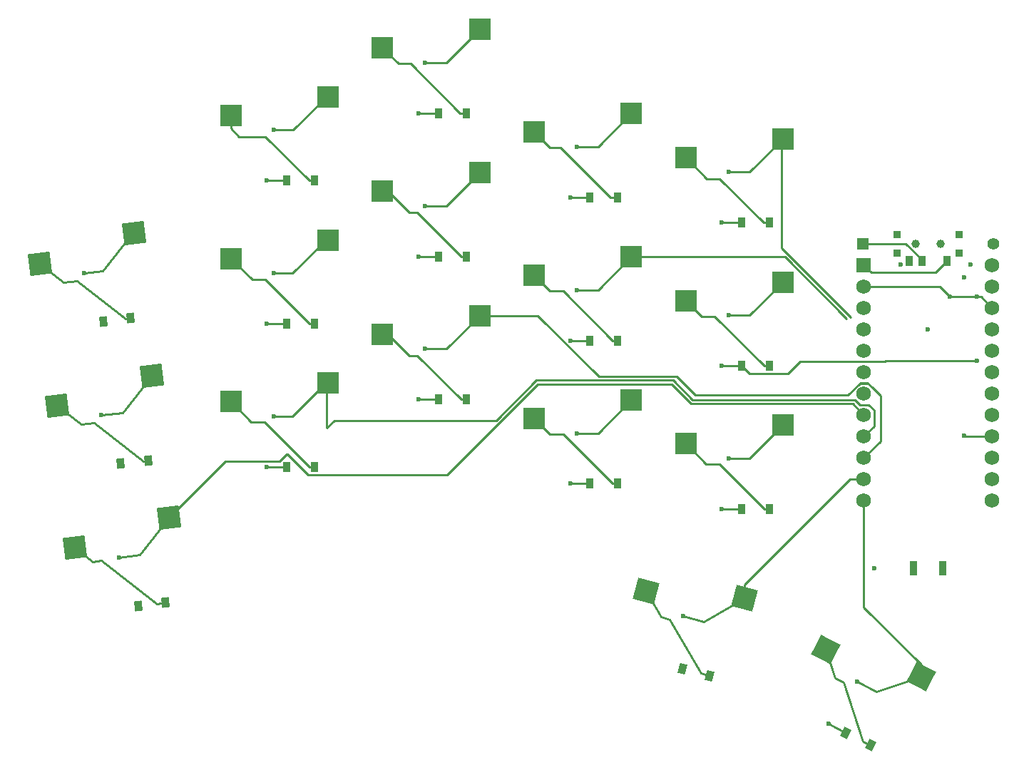
<source format=gbr>
%TF.GenerationSoftware,KiCad,Pcbnew,7.0.11*%
%TF.CreationDate,2024-03-03T11:22:05+13:00*%
%TF.ProjectId,socius-choc-v1,736f6369-7573-42d6-9368-6f632d76312e,v1.0.0*%
%TF.SameCoordinates,Original*%
%TF.FileFunction,Copper,L1,Top*%
%TF.FilePolarity,Positive*%
%FSLAX46Y46*%
G04 Gerber Fmt 4.6, Leading zero omitted, Abs format (unit mm)*
G04 Created by KiCad (PCBNEW 7.0.11) date 2024-03-03 11:22:05*
%MOMM*%
%LPD*%
G01*
G04 APERTURE LIST*
G04 Aperture macros list*
%AMRotRect*
0 Rectangle, with rotation*
0 The origin of the aperture is its center*
0 $1 length*
0 $2 width*
0 $3 Rotation angle, in degrees counterclockwise*
0 Add horizontal line*
21,1,$1,$2,0,0,$3*%
G04 Aperture macros list end*
%TA.AperFunction,SMDPad,CuDef*%
%ADD10R,2.600000X2.600000*%
%TD*%
%TA.AperFunction,SMDPad,CuDef*%
%ADD11RotRect,2.600000X2.600000X7.000000*%
%TD*%
%TA.AperFunction,SMDPad,CuDef*%
%ADD12RotRect,2.600000X2.600000X345.000000*%
%TD*%
%TA.AperFunction,SMDPad,CuDef*%
%ADD13RotRect,2.600000X2.600000X333.000000*%
%TD*%
%TA.AperFunction,SMDPad,CuDef*%
%ADD14RotRect,0.900000X1.200000X7.000000*%
%TD*%
%TA.AperFunction,SMDPad,CuDef*%
%ADD15R,0.900000X1.200000*%
%TD*%
%TA.AperFunction,SMDPad,CuDef*%
%ADD16RotRect,0.900000X1.200000X345.000000*%
%TD*%
%TA.AperFunction,SMDPad,CuDef*%
%ADD17RotRect,0.900000X1.200000X333.000000*%
%TD*%
%TA.AperFunction,ComponentPad*%
%ADD18C,0.600000*%
%TD*%
%TA.AperFunction,ComponentPad*%
%ADD19C,1.752600*%
%TD*%
%TA.AperFunction,ComponentPad*%
%ADD20R,1.752600X1.752600*%
%TD*%
%TA.AperFunction,ComponentPad*%
%ADD21R,1.400000X1.400000*%
%TD*%
%TA.AperFunction,ComponentPad*%
%ADD22C,1.400000*%
%TD*%
%TA.AperFunction,WasherPad*%
%ADD23C,1.000000*%
%TD*%
%TA.AperFunction,SMDPad,CuDef*%
%ADD24R,0.900000X0.900000*%
%TD*%
%TA.AperFunction,SMDPad,CuDef*%
%ADD25R,0.900000X1.250000*%
%TD*%
%TA.AperFunction,SMDPad,CuDef*%
%ADD26R,0.900000X1.700000*%
%TD*%
%TA.AperFunction,Conductor*%
%ADD27C,0.250000*%
%TD*%
G04 APERTURE END LIST*
D10*
%TO.P,S14,1*%
%TO.N,COL4*%
X237436190Y-131559898D03*
%TO.P,S14,2*%
%TO.N,inner_home*%
X225886190Y-133759898D03*
%TD*%
D11*
%TO.P,S1,1*%
%TO.N,COL0*%
X164541908Y-159538158D03*
%TO.P,S1,2*%
%TO.N,pinky_bottom*%
X153346113Y-163129351D03*
%TD*%
%TO.P,S2,1*%
%TO.N,COL0*%
X162470133Y-142664872D03*
%TO.P,S2,2*%
%TO.N,pinky_home*%
X151274338Y-146256065D03*
%TD*%
%TO.P,S3,1*%
%TO.N,COL0*%
X160398355Y-125791590D03*
%TO.P,S3,2*%
%TO.N,pinky_top*%
X149202560Y-129382783D03*
%TD*%
D10*
%TO.P,S4,1*%
%TO.N,COL1*%
X183436196Y-143559899D03*
%TO.P,S4,2*%
%TO.N,ring_bottom*%
X171886196Y-145759899D03*
%TD*%
%TO.P,S5,1*%
%TO.N,COL1*%
X183436198Y-126559899D03*
%TO.P,S5,2*%
%TO.N,ring_home*%
X171886198Y-128759899D03*
%TD*%
%TO.P,S6,1*%
%TO.N,COL1*%
X183436202Y-109559899D03*
%TO.P,S6,2*%
%TO.N,ring_top*%
X171886202Y-111759899D03*
%TD*%
%TO.P,S7,1*%
%TO.N,COL2*%
X201436198Y-135559898D03*
%TO.P,S7,2*%
%TO.N,middle_bottom*%
X189886198Y-137759898D03*
%TD*%
%TO.P,S8,1*%
%TO.N,COL2*%
X201436195Y-118559895D03*
%TO.P,S8,2*%
%TO.N,middle_home*%
X189886195Y-120759895D03*
%TD*%
%TO.P,S9,1*%
%TO.N,COL2*%
X201436196Y-101559897D03*
%TO.P,S9,2*%
%TO.N,middle_top*%
X189886196Y-103759897D03*
%TD*%
%TO.P,S10,1*%
%TO.N,COL3*%
X219436199Y-145559903D03*
%TO.P,S10,2*%
%TO.N,index_bottom*%
X207886199Y-147759903D03*
%TD*%
%TO.P,S11,1*%
%TO.N,COL3*%
X219436199Y-128559900D03*
%TO.P,S11,2*%
%TO.N,index_home*%
X207886199Y-130759900D03*
%TD*%
%TO.P,S12,1*%
%TO.N,COL3*%
X219436192Y-111559901D03*
%TO.P,S12,2*%
%TO.N,index_top*%
X207886192Y-113759901D03*
%TD*%
%TO.P,S13,1*%
%TO.N,COL4*%
X237436196Y-148559900D03*
%TO.P,S13,2*%
%TO.N,inner_bottom*%
X225886196Y-150759900D03*
%TD*%
%TO.P,S15,1*%
%TO.N,COL4*%
X237436201Y-114559898D03*
%TO.P,S15,2*%
%TO.N,inner_top*%
X225886201Y-116759898D03*
%TD*%
D12*
%TO.P,S16,1*%
%TO.N,COL3*%
X232864576Y-169110275D03*
%TO.P,S16,2*%
%TO.N,inner_sole*%
X221138731Y-168245952D03*
%TD*%
D13*
%TO.P,S17,1*%
%TO.N,COL4*%
X253823195Y-178451952D03*
%TO.P,S17,2*%
%TO.N,outer_sole*%
X242533290Y-175168576D03*
%TD*%
D14*
%TO.P,D1,1*%
%TO.N,ROW2*%
X160866221Y-170014203D03*
%TO.P,D1,2*%
%TO.N,pinky_bottom*%
X164141623Y-169612035D03*
%TD*%
%TO.P,D2,1*%
%TO.N,ROW1*%
X158794439Y-153140920D03*
%TO.P,D2,2*%
%TO.N,pinky_home*%
X162069841Y-152738752D03*
%TD*%
%TO.P,D3,1*%
%TO.N,ROW0*%
X156722667Y-136267634D03*
%TO.P,D3,2*%
%TO.N,pinky_top*%
X159998069Y-135865466D03*
%TD*%
D15*
%TO.P,D4,1*%
%TO.N,ROW2*%
X178511196Y-153509899D03*
%TO.P,D4,2*%
%TO.N,ring_bottom*%
X181811196Y-153509899D03*
%TD*%
%TO.P,D5,1*%
%TO.N,ROW1*%
X178511195Y-136509900D03*
%TO.P,D5,2*%
%TO.N,ring_home*%
X181811195Y-136509900D03*
%TD*%
%TO.P,D6,1*%
%TO.N,ROW0*%
X178511194Y-119509898D03*
%TO.P,D6,2*%
%TO.N,ring_top*%
X181811194Y-119509898D03*
%TD*%
%TO.P,D7,1*%
%TO.N,ROW2*%
X196511197Y-145509899D03*
%TO.P,D7,2*%
%TO.N,middle_bottom*%
X199811197Y-145509899D03*
%TD*%
%TO.P,D8,1*%
%TO.N,ROW1*%
X196511199Y-128509898D03*
%TO.P,D8,2*%
%TO.N,middle_home*%
X199811199Y-128509898D03*
%TD*%
%TO.P,D9,1*%
%TO.N,ROW0*%
X196511198Y-111509900D03*
%TO.P,D9,2*%
%TO.N,middle_top*%
X199811198Y-111509900D03*
%TD*%
%TO.P,D10,1*%
%TO.N,ROW2*%
X214511192Y-155509899D03*
%TO.P,D10,2*%
%TO.N,index_bottom*%
X217811192Y-155509899D03*
%TD*%
%TO.P,D11,1*%
%TO.N,ROW1*%
X214511196Y-138509903D03*
%TO.P,D11,2*%
%TO.N,index_home*%
X217811196Y-138509903D03*
%TD*%
%TO.P,D12,1*%
%TO.N,ROW0*%
X214511197Y-121509905D03*
%TO.P,D12,2*%
%TO.N,index_top*%
X217811197Y-121509905D03*
%TD*%
%TO.P,D13,1*%
%TO.N,ROW2*%
X232511195Y-158509898D03*
%TO.P,D13,2*%
%TO.N,inner_bottom*%
X235811195Y-158509898D03*
%TD*%
%TO.P,D14,1*%
%TO.N,ROW1*%
X232511199Y-141509905D03*
%TO.P,D14,2*%
%TO.N,inner_home*%
X235811199Y-141509905D03*
%TD*%
%TO.P,D15,1*%
%TO.N,ROW0*%
X232511195Y-124509901D03*
%TO.P,D15,2*%
%TO.N,inner_top*%
X235811195Y-124509901D03*
%TD*%
D16*
%TO.P,D16,1*%
%TO.N,ROW3*%
X225532141Y-177446549D03*
%TO.P,D16,2*%
%TO.N,inner_sole*%
X228719697Y-178300651D03*
%TD*%
D17*
%TO.P,D17,1*%
%TO.N,ROW3*%
X244917782Y-185081563D03*
%TO.P,D17,2*%
%TO.N,outer_sole*%
X247858104Y-186579731D03*
%TD*%
D18*
%TO.P,REF\u002A\u002A,1*%
%TO.N,ROW2*%
X176161194Y-153509900D03*
%TD*%
%TO.P,REF\u002A\u002A,1*%
%TO.N,ROW1*%
X176161195Y-136509903D03*
%TD*%
%TO.P,REF\u002A\u002A,1*%
%TO.N,ROW0*%
X176161195Y-119509897D03*
%TD*%
%TO.P,REF\u002A\u002A,1*%
%TO.N,ROW2*%
X194161197Y-145509901D03*
%TD*%
%TO.P,REF\u002A\u002A,1*%
%TO.N,ROW1*%
X194161196Y-128509902D03*
%TD*%
%TO.P,REF\u002A\u002A,1*%
%TO.N,ROW0*%
X194161199Y-111509900D03*
%TD*%
%TO.P,REF\u002A\u002A,1*%
%TO.N,ROW2*%
X212161194Y-155509901D03*
%TD*%
%TO.P,REF\u002A\u002A,1*%
%TO.N,ROW1*%
X212161192Y-138509898D03*
%TD*%
%TO.P,REF\u002A\u002A,1*%
%TO.N,ROW0*%
X212161194Y-121509895D03*
%TD*%
%TO.P,REF\u002A\u002A,1*%
%TO.N,ROW2*%
X230161201Y-158509896D03*
%TD*%
%TO.P,REF\u002A\u002A,1*%
%TO.N,ROW1*%
X230161198Y-141509896D03*
%TD*%
%TO.P,REF\u002A\u002A,1*%
%TO.N,ROW0*%
X230161197Y-124509901D03*
%TD*%
%TO.P,REF\u002A\u002A,1*%
%TO.N,ROW3*%
X242823918Y-184014683D03*
%TD*%
%TO.P,REF\u002A\u002A,1*%
%TO.N,COL0*%
X158596552Y-164247818D03*
%TD*%
%TO.P,REF\u002A\u002A,1*%
%TO.N,COL0*%
X156524777Y-147374536D03*
%TD*%
%TO.P,REF\u002A\u002A,1*%
%TO.N,COL0*%
X154453000Y-130501253D03*
%TD*%
%TO.P,REF\u002A\u002A,1*%
%TO.N,COL1*%
X176961198Y-147509900D03*
%TD*%
%TO.P,REF\u002A\u002A,1*%
%TO.N,COL1*%
X176961199Y-130509902D03*
%TD*%
%TO.P,REF\u002A\u002A,1*%
%TO.N,COL1*%
X176961196Y-113509900D03*
%TD*%
%TO.P,REF\u002A\u002A,1*%
%TO.N,COL2*%
X194961200Y-139509899D03*
%TD*%
%TO.P,REF\u002A\u002A,1*%
%TO.N,COL2*%
X194961197Y-122509894D03*
%TD*%
%TO.P,REF\u002A\u002A,1*%
%TO.N,COL2*%
X194961192Y-105509895D03*
%TD*%
%TO.P,REF\u002A\u002A,1*%
%TO.N,COL3*%
X212961197Y-149509902D03*
%TD*%
%TO.P,REF\u002A\u002A,1*%
%TO.N,COL3*%
X212961199Y-132509903D03*
%TD*%
%TO.P,REF\u002A\u002A,1*%
%TO.N,COL3*%
X212961196Y-115509902D03*
%TD*%
%TO.P,REF\u002A\u002A,1*%
%TO.N,COL4*%
X230961195Y-152509903D03*
%TD*%
%TO.P,REF\u002A\u002A,1*%
%TO.N,COL4*%
X230961194Y-135509902D03*
%TD*%
%TO.P,REF\u002A\u002A,1*%
%TO.N,COL4*%
X230961195Y-118509900D03*
%TD*%
%TO.P,REF\u002A\u002A,1*%
%TO.N,COL3*%
X225587874Y-171249825D03*
%TD*%
%TO.P,REF\u002A\u002A,1*%
%TO.N,COL4*%
X246260662Y-179031834D03*
%TD*%
D19*
%TO.P,MCU1,1*%
%TO.N,RAW*%
X247041196Y-129539899D03*
%TO.P,MCU1,2*%
%TO.N,GND*%
X247041196Y-132079899D03*
%TO.P,MCU1,3*%
%TO.N,RST*%
X247041196Y-134619899D03*
%TO.P,MCU1,4*%
%TO.N,VCC*%
X247041196Y-137159899D03*
%TO.P,MCU1,5*%
%TO.N,P21*%
X247041196Y-139699899D03*
%TO.P,MCU1,6*%
%TO.N,P20*%
X247041196Y-142239899D03*
%TO.P,MCU1,7*%
%TO.N,P19*%
X247041196Y-144779899D03*
%TO.P,MCU1,8*%
%TO.N,COL0*%
X247041196Y-147319899D03*
%TO.P,MCU1,9*%
%TO.N,COL1*%
X247041196Y-149859899D03*
%TO.P,MCU1,10*%
%TO.N,COL2*%
X247041196Y-152399899D03*
%TO.P,MCU1,11*%
%TO.N,COL3*%
X247041196Y-154939899D03*
%TO.P,MCU1,12*%
%TO.N,COL4*%
X247041196Y-157479899D03*
%TO.P,MCU1,13*%
%TO.N,CS*%
X262281196Y-129539899D03*
%TO.P,MCU1,14*%
%TO.N,P0*%
X262281196Y-132079899D03*
%TO.P,MCU1,15*%
%TO.N,GND*%
X262281196Y-134619899D03*
%TO.P,MCU1,16*%
X262281196Y-137159899D03*
%TO.P,MCU1,17*%
%TO.N,MOSI*%
X262281196Y-139699899D03*
%TO.P,MCU1,18*%
%TO.N,SCK*%
X262281196Y-142239899D03*
%TO.P,MCU1,19*%
%TO.N,P4*%
X262281196Y-144779899D03*
%TO.P,MCU1,20*%
%TO.N,P5*%
X262281196Y-147319899D03*
%TO.P,MCU1,21*%
%TO.N,ROW0*%
X262281196Y-149859899D03*
%TO.P,MCU1,22*%
%TO.N,ROW1*%
X262281196Y-152399899D03*
%TO.P,MCU1,23*%
%TO.N,ROW2*%
X262281196Y-154939899D03*
%TO.P,MCU1,24*%
%TO.N,ROW3*%
X262281196Y-157479899D03*
D20*
%TO.P,MCU1,*%
%TO.N,RAW*%
X247041196Y-129539899D03*
%TD*%
D21*
%TO.P,,1*%
%TO.N,POSITIVE*%
X246911195Y-127009901D03*
D22*
%TO.P,,2*%
%TO.N,GND*%
X262411195Y-127009901D03*
%TD*%
D23*
%TO.P,T1,*%
%TO.N,*%
X256161195Y-127009901D03*
X253161195Y-127009901D03*
D24*
X258361195Y-125909901D03*
X258361195Y-128109901D03*
X250961195Y-128109901D03*
X250961195Y-125909901D03*
D25*
%TO.P,T1,1*%
%TO.N,RAW*%
X256911195Y-129084901D03*
%TO.P,T1,2*%
%TO.N,POSITIVE*%
X253911195Y-129084901D03*
%TO.P,T1,3*%
%TO.N,N/C*%
X252411195Y-129084901D03*
%TD*%
D26*
%TO.P,,1*%
%TO.N,GND*%
X252961199Y-165509899D03*
%TO.P,,2*%
%TO.N,RST*%
X256361199Y-165509899D03*
%TD*%
D18*
%TO.P,REF\u002A\u002A,1*%
%TO.N,GND*%
X260461201Y-133309900D03*
%TD*%
%TO.P,REF\u002A\u002A,1*%
%TO.N,GND*%
X257261195Y-133309900D03*
%TD*%
%TO.P,REF\u002A\u002A,1*%
%TO.N,ROW0*%
X258961194Y-130989899D03*
%TD*%
%TO.P,REF\u002A\u002A,1*%
%TO.N,ROW0*%
X258961199Y-149809902D03*
%TD*%
%TO.P,REF\u002A\u002A,1*%
%TO.N,CS*%
X259661199Y-129509903D03*
%TD*%
%TO.P,REF\u002A\u002A,1*%
%TO.N,RAW*%
X251361197Y-129509901D03*
%TD*%
%TO.P,REF\u002A\u002A,1*%
%TO.N,VCC*%
X254661197Y-137209898D03*
%TD*%
%TO.P,REF\u002A\u002A,1*%
%TO.N,ROW1*%
X260461200Y-140909898D03*
%TD*%
%TO.P,REF\u002A\u002A,1*%
%TO.N,RST*%
X248261196Y-165509897D03*
%TD*%
D27*
%TO.N,COL2*%
X247460192Y-143500000D02*
X247980096Y-144019904D01*
X247980096Y-144019904D02*
X249000000Y-145039808D01*
X224784903Y-142784903D02*
X227000000Y-145000000D01*
X227000000Y-145000000D02*
X245122200Y-145000000D01*
X201436198Y-135559898D02*
X208327308Y-135559898D01*
X215552313Y-142784903D02*
X224784903Y-142784903D01*
X247538791Y-143578599D02*
X247980096Y-144019904D01*
X208327308Y-135559898D02*
X215552313Y-142784903D01*
X245122200Y-145000000D02*
X246543601Y-143578599D01*
X246543601Y-143578599D02*
X247538791Y-143578599D01*
%TO.N,COL1*%
X246462501Y-146037499D02*
X246543601Y-146118599D01*
X183436196Y-143559899D02*
X183286196Y-143709899D01*
X245975002Y-145550000D02*
X246462501Y-146037499D01*
X183286196Y-143709899D02*
X183286196Y-148868583D01*
X183286196Y-148868583D02*
X184154779Y-148000000D01*
X184154779Y-148000000D02*
X203363604Y-148000000D01*
X203363604Y-148000000D02*
X208128701Y-143234903D01*
X208128701Y-143234903D02*
X224371299Y-143234903D01*
X224371299Y-143234903D02*
X226686396Y-145550000D01*
X226686396Y-145550000D02*
X245975002Y-145550000D01*
%TO.N,COL0*%
X224184903Y-143684903D02*
X226500000Y-146000000D01*
X208315097Y-143684903D02*
X224184903Y-143684903D01*
X226500000Y-146000000D02*
X245721297Y-146000000D01*
X245721297Y-146000000D02*
X247041196Y-147319899D01*
%TO.N,COL1*%
X246543601Y-146118599D02*
X247618599Y-146118599D01*
X248242496Y-148658599D02*
X247041196Y-149859899D01*
X247618599Y-146118599D02*
X248242496Y-146742496D01*
X248242496Y-146742496D02*
X248242496Y-148658599D01*
%TO.N,COL2*%
X249000000Y-150441095D02*
X247041196Y-152399899D01*
X246602402Y-143500000D02*
X247460192Y-143500000D01*
X249000000Y-145039808D02*
X249000000Y-150441095D01*
%TO.N,COL4*%
X253823195Y-178451952D02*
X253823195Y-176992928D01*
X253823195Y-176992928D02*
X247041196Y-170210929D01*
X247041196Y-170210929D02*
X247041196Y-157479899D01*
%TO.N,COL3*%
X232864576Y-169110275D02*
X232864576Y-167499028D01*
X232864576Y-167499028D02*
X245423705Y-154939899D01*
X245423705Y-154939899D02*
X247041196Y-154939899D01*
%TO.N,ROW1*%
X239500000Y-141000000D02*
X238065095Y-142434905D01*
X233436199Y-142434905D02*
X232511199Y-141509905D01*
X238065095Y-142434905D02*
X233436199Y-142434905D01*
X249500000Y-141000000D02*
X239500000Y-141000000D01*
X249590102Y-140909898D02*
X249500000Y-141000000D01*
X249590102Y-140909898D02*
X260461200Y-140909898D01*
%TO.N,COL3*%
X219436199Y-128559900D02*
X237686192Y-128559900D01*
X237686192Y-128559900D02*
X245000000Y-135873708D01*
%TO.N,COL4*%
X237436201Y-114559898D02*
X237286201Y-114709898D01*
X237286201Y-114709898D02*
X237286201Y-127523513D01*
X237286201Y-127523513D02*
X245500000Y-135737312D01*
%TO.N,COL0*%
X178505996Y-152000000D02*
X178601297Y-152000000D01*
X178601297Y-152000000D02*
X181036196Y-154434899D01*
X177621096Y-152884900D02*
X178505996Y-152000000D01*
X164541908Y-159538158D02*
X171195166Y-152884900D01*
X171195166Y-152884900D02*
X177621096Y-152884900D01*
X181036196Y-154434899D02*
X197565101Y-154434899D01*
X197565101Y-154434899D02*
X208315097Y-143684903D01*
%TO.N,ROW0*%
X262281196Y-149859899D02*
X259011196Y-149859899D01*
X259011196Y-149859899D02*
X258961199Y-149809902D01*
%TO.N,GND*%
X260461201Y-133309900D02*
X260971197Y-133309900D01*
X260971197Y-133309900D02*
X262281196Y-134619899D01*
X257261195Y-133309900D02*
X260461201Y-133309900D01*
X247041196Y-132079899D02*
X256031194Y-132079899D01*
X256031194Y-132079899D02*
X257261195Y-133309900D01*
%TO.N,RAW*%
X247041196Y-129539899D02*
X247917496Y-130416199D01*
X247917496Y-130416199D02*
X255579897Y-130416199D01*
X255579897Y-130416199D02*
X256911195Y-129084901D01*
%TO.N,POSITIVE*%
X246911195Y-127009901D02*
X251994469Y-127009901D01*
X251994469Y-127009901D02*
X253911195Y-128926627D01*
X253911195Y-128926627D02*
X253911195Y-129084901D01*
%TO.N,ROW3*%
X244917782Y-185081563D02*
X242823919Y-184014686D01*
X242823919Y-184014686D02*
X242823918Y-184014683D01*
%TO.N,outer_sole*%
X242533290Y-175168575D02*
X243636367Y-178563482D01*
X243636367Y-178563482D02*
X244641273Y-179075506D01*
X244641273Y-179075506D02*
X246925076Y-186104330D01*
X246925076Y-186104330D02*
X247858103Y-186579732D01*
%TO.N,COL4*%
X253823198Y-178451949D02*
X248510458Y-180178163D01*
X248510458Y-180178163D02*
X246260662Y-179031834D01*
%TO.N,inner_sole*%
X221138731Y-168245946D02*
X222923538Y-171337327D01*
X222923538Y-171337327D02*
X224008230Y-171627970D01*
X224008230Y-171627970D02*
X227703496Y-178028362D01*
X227703496Y-178028362D02*
X228719694Y-178300653D01*
%TO.N,COL3*%
X232864578Y-169110273D02*
X228026834Y-171903340D01*
X228026834Y-171903340D02*
X225587874Y-171249825D01*
%TO.N,pinky_top*%
X149202562Y-129382783D02*
X152015454Y-131580461D01*
X152015454Y-131580461D02*
X153573757Y-131389127D01*
X153573757Y-131389127D02*
X159397574Y-135939196D01*
X159397574Y-135939196D02*
X159998065Y-135865463D01*
%TO.N,pinky_home*%
X151274337Y-146256067D02*
X154087235Y-148453743D01*
X154087235Y-148453743D02*
X155645532Y-148262411D01*
X155645532Y-148262411D02*
X161469353Y-152812478D01*
X161469353Y-152812478D02*
X162069842Y-152738746D01*
%TO.N,pinky_bottom*%
X153346116Y-163129354D02*
X155435646Y-164761876D01*
X155435646Y-164761876D02*
X156526540Y-164627928D01*
X156526540Y-164627928D02*
X163073730Y-169743152D01*
X163073730Y-169743152D02*
X164141620Y-169612033D01*
%TO.N,COL0*%
X164541908Y-159538159D02*
X161102738Y-163940102D01*
X161102738Y-163940102D02*
X158596552Y-164247818D01*
X162470134Y-142664878D02*
X159030960Y-147066817D01*
X159030960Y-147066817D02*
X156524777Y-147374536D01*
X160398357Y-125791594D02*
X160120447Y-125825714D01*
X160120447Y-125825714D02*
X156681274Y-130227653D01*
X156681274Y-130227653D02*
X154453000Y-130501253D01*
%TO.N,inner_bottom*%
X225886201Y-150759899D02*
X228309173Y-153182878D01*
X228309173Y-153182878D02*
X229879169Y-153182874D01*
X229879169Y-153182874D02*
X235206195Y-158509899D01*
X235206195Y-158509899D02*
X235811198Y-158509894D01*
%TO.N,inner_home*%
X225886198Y-133759896D02*
X227761197Y-135634901D01*
X227761197Y-135634901D02*
X229331199Y-135634900D01*
X229331199Y-135634900D02*
X235206199Y-141509899D01*
X235206199Y-141509899D02*
X235811196Y-141509903D01*
%TO.N,inner_top*%
X225886194Y-116759898D02*
X228410294Y-119283996D01*
X228410294Y-119283996D02*
X229885300Y-119283993D01*
X229885300Y-119283993D02*
X235111205Y-124509899D01*
X235111205Y-124509899D02*
X235811193Y-124509904D01*
%TO.N,index_bottom*%
X207886196Y-147759904D02*
X209761199Y-149634904D01*
X217206197Y-155509900D02*
X217811197Y-155509900D01*
X209761199Y-149634904D02*
X211331195Y-149634900D01*
X211331195Y-149634900D02*
X217206197Y-155509900D01*
%TO.N,index_home*%
X207886197Y-130759896D02*
X209761198Y-132634896D01*
X211331196Y-132634900D02*
X217206198Y-138509899D01*
X209761198Y-132634896D02*
X211331196Y-132634900D01*
X217206198Y-138509899D02*
X217811196Y-138509898D01*
%TO.N,index_top*%
X207886194Y-113759901D02*
X209761197Y-115634901D01*
X209761197Y-115634901D02*
X211046180Y-115634901D01*
X211046180Y-115634901D02*
X216921177Y-121509901D01*
X216921177Y-121509901D02*
X217811200Y-121509906D01*
%TO.N,middle_bottom*%
X189886198Y-137759903D02*
X190509550Y-137759904D01*
X193980302Y-140284001D02*
X199206196Y-145509897D01*
X190509550Y-137759904D02*
X193033650Y-140284004D01*
X193033650Y-140284004D02*
X193980302Y-140284001D01*
X199206196Y-145509897D02*
X199811197Y-145509897D01*
%TO.N,middle_home*%
X189886197Y-120759902D02*
X190509541Y-120759902D01*
X190509541Y-120759902D02*
X193033647Y-123284003D01*
X199206196Y-128509900D02*
X199811195Y-128509897D01*
X193033647Y-123284003D02*
X193980300Y-123283999D01*
X193980300Y-123283999D02*
X199206196Y-128509900D01*
%TO.N,middle_top*%
X189886195Y-103759898D02*
X191761197Y-105634900D01*
X191761197Y-105634900D02*
X193236198Y-105634899D01*
X193236198Y-105634899D02*
X199111198Y-111509899D01*
X199111198Y-111509899D02*
X199811196Y-111509894D01*
%TO.N,ring_bottom*%
X171886196Y-145759895D02*
X174309172Y-148182877D01*
X174309172Y-148182877D02*
X175879172Y-148182878D01*
X175879172Y-148182878D02*
X181206201Y-153509902D01*
X181206201Y-153509902D02*
X181811195Y-153509900D01*
%TO.N,ring_home*%
X171886197Y-128759903D02*
X174410297Y-131284006D01*
X175980296Y-131283999D02*
X181206196Y-136509904D01*
X174410297Y-131284006D02*
X175980296Y-131283999D01*
X181206196Y-136509904D02*
X181811196Y-136509903D01*
%TO.N,ring_top*%
X171886193Y-111759902D02*
X171886196Y-113309899D01*
X171886196Y-113309899D02*
X172860297Y-114284001D01*
X172860297Y-114284001D02*
X175980298Y-114284003D01*
X175980298Y-114284003D02*
X181206198Y-119509899D01*
X181206198Y-119509899D02*
X181811200Y-119509897D01*
%TO.N,ROW0*%
X178511197Y-119509898D02*
X176161195Y-119509897D01*
%TO.N,ROW1*%
X178511200Y-136509902D02*
X176161195Y-136509903D01*
%TO.N,ROW2*%
X178511200Y-153509903D02*
X176161194Y-153509900D01*
%TO.N,COL1*%
X183436197Y-143559899D02*
X183156195Y-143559897D01*
X183156195Y-143559897D02*
X179206193Y-147509901D01*
X179206193Y-147509901D02*
X176961198Y-147509900D01*
X183436198Y-126559903D02*
X183156197Y-126559902D01*
X183156197Y-126559902D02*
X179206200Y-130509897D01*
X179206200Y-130509897D02*
X176961199Y-130509902D01*
X183436194Y-109559901D02*
X183217120Y-109559904D01*
X183217120Y-109559904D02*
X179267123Y-113509904D01*
X179267123Y-113509904D02*
X176961196Y-113509900D01*
%TO.N,ROW0*%
X196511200Y-111509901D02*
X194161199Y-111509900D01*
%TO.N,ROW1*%
X196511196Y-128509897D02*
X194161198Y-128509901D01*
X194161198Y-128509901D02*
X194161196Y-128509902D01*
%TO.N,ROW2*%
X196511195Y-145509897D02*
X194161197Y-145509901D01*
%TO.N,COL2*%
X201436197Y-135559901D02*
X197486198Y-139509904D01*
X197486198Y-139509904D02*
X194961200Y-139509899D01*
X201436196Y-118559902D02*
X197486194Y-122509900D01*
X197486194Y-122509900D02*
X194961197Y-122509894D01*
X201436195Y-101559903D02*
X197486197Y-105509898D01*
X197486197Y-105509898D02*
X194961192Y-105509895D01*
%TO.N,ROW2*%
X214511193Y-155509898D02*
X212161194Y-155509901D01*
%TO.N,ROW1*%
X214511202Y-138509903D02*
X212161192Y-138509898D01*
%TO.N,ROW0*%
X214511194Y-121509902D02*
X212161194Y-121509895D01*
%TO.N,ROW2*%
X232511199Y-158509896D02*
X230161201Y-158509896D01*
%TO.N,ROW0*%
X232511196Y-124509899D02*
X230161197Y-124509901D01*
%TO.N,ROW1*%
X232511193Y-141509901D02*
X230161200Y-141509900D01*
X230161200Y-141509900D02*
X230161198Y-141509896D01*
%TO.N,COL3*%
X219436196Y-145559897D02*
X215486199Y-149509901D01*
X215486199Y-149509901D02*
X212961197Y-149509902D01*
X219436201Y-128559900D02*
X215486196Y-132509895D01*
X215486196Y-132509895D02*
X212961199Y-132509903D01*
X219436198Y-111559900D02*
X215486194Y-115509905D01*
X215486194Y-115509905D02*
X212961196Y-115509902D01*
%TO.N,COL4*%
X237436198Y-148559898D02*
X233486194Y-152509898D01*
X233486194Y-152509898D02*
X230961195Y-152509903D01*
X237436193Y-131559903D02*
X233486194Y-135509895D01*
X233486194Y-135509895D02*
X230961194Y-135509902D01*
X237436197Y-114559897D02*
X233486194Y-118509902D01*
X233486194Y-118509902D02*
X230961195Y-118509900D01*
%TD*%
M02*

</source>
